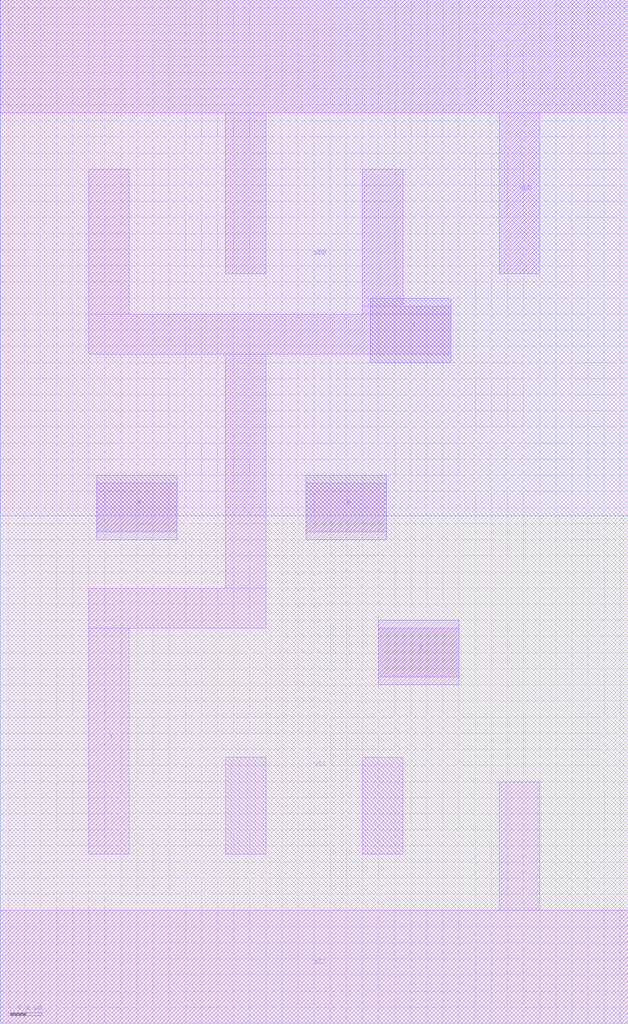
<source format=lef>
VERSION 5.7 ;
  NOWIREEXTENSIONATPIN ON ;
  DIVIDERCHAR "/" ;
  BUSBITCHARS "[]" ;
MACRO gf180mcu_osu_sc_gp9t3v3__nand3_1
  CLASS BLOCK ;
  FOREIGN gf180mcu_osu_sc_gp9t3v3__nand3_1 ;
  ORIGIN -5.150 0.000 ;
  SIZE 3.900 BY 6.350 ;
  PIN A
    ANTENNAGATEAREA 0.765000 ;
    PORT
      LAYER Metal1 ;
        RECT 5.750 3.050 6.250 3.350 ;
      LAYER Metal2 ;
        RECT 5.750 3.000 6.250 3.400 ;
    END
  END A
  PIN B
    ANTENNAGATEAREA 0.765000 ;
    PORT
      LAYER Metal1 ;
        RECT 7.050 3.050 7.550 3.350 ;
      LAYER Metal2 ;
        RECT 7.050 3.000 7.550 3.400 ;
    END
  END B
  PIN Y
    ANTENNADIFFAREA 2.210000 ;
    PORT
      LAYER Metal1 ;
        RECT 5.700 4.400 5.950 5.300 ;
        RECT 7.400 4.450 7.650 5.300 ;
        RECT 7.400 4.400 7.950 4.450 ;
        RECT 5.700 4.150 7.950 4.400 ;
        RECT 6.550 2.700 6.800 4.150 ;
        RECT 5.700 2.450 6.800 2.700 ;
        RECT 5.700 1.050 5.950 2.450 ;
      LAYER Metal2 ;
        RECT 7.450 4.100 7.950 4.500 ;
    END
  END Y
  PIN C
    ANTENNAGATEAREA 0.765000 ;
    PORT
      LAYER Metal1 ;
        RECT 7.500 2.150 8.000 2.450 ;
      LAYER Metal2 ;
        RECT 7.500 2.100 8.000 2.500 ;
    END
  END C
  PIN VDD
    USE POWER ;
    PORT
      LAYER Nwell ;
        RECT 5.150 3.150 9.050 6.350 ;
      LAYER Metal1 ;
        RECT 5.150 5.650 9.050 6.350 ;
        RECT 6.550 4.650 6.800 5.650 ;
        RECT 8.250 4.650 8.500 5.650 ;
    END
  END VDD
  PIN VSS
    USE GROUND ;
    PORT
      LAYER Pwell ;
        RECT 5.150 0.000 9.050 3.150 ;
      LAYER Metal1 ;
        RECT 8.250 0.700 8.500 1.500 ;
        RECT 5.150 0.000 9.050 0.700 ;
    END
  END VSS
  OBS
      LAYER Metal1 ;
        RECT 6.550 1.050 6.800 1.650 ;
        RECT 7.400 1.050 7.650 1.650 ;
  END
END gf180mcu_osu_sc_gp9t3v3__nand3_1
END LIBRARY


</source>
